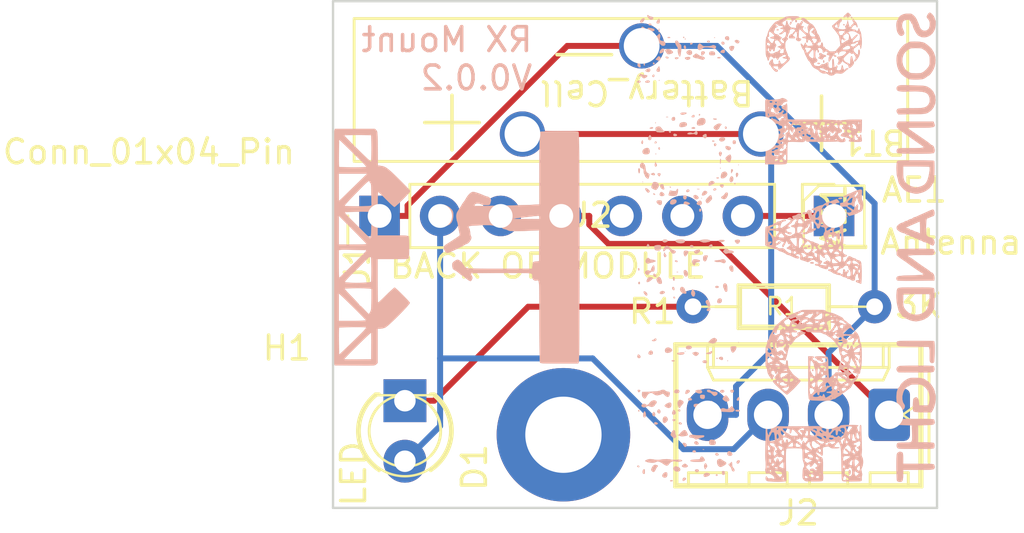
<source format=kicad_pcb>
(kicad_pcb (version 20221018) (generator pcbnew)
  (layers (0 "F.Cu" signal) (31 "B.Cu" signal) (34 "B.Paste" user) (35 "F.Paste" user) (36 "B.SilkS" user "B.Silkscreen") (37 "F.SilkS" user "F.Silkscreen") (38 "B.Mask" user) (39 "F.Mask" user) (44 "Edge.Cuts" user))
  (net 0 "")
  (net 1 "Net-(BT1-+)")
  (net 2 "Net-(BT1--)")
  (net 3 "Net-(D1-K)")
  (net 4 "Net-(D1-A)")
  (net 6 "Net-(J1-Pin_4)")
  (net 8 "Net-(AE1-A)")
  (footprint "Connector_Molex:Molex_KK-254_AE-6410-04A_1x04_P2.54mm_Vertical" (layer "F.Cu") (at 170.562 96.088 180)
    (fp_text reference "J2" (at 3.81 -4.12) (layer "F.SilkS"))
    (fp_text value "Conn_01x04_Pin" (at 31.053 11.039) (layer "F.SilkS"))
    (fp_text user "${REFERENCE}" (at 12.471 8.376) (layer "F.SilkS"))
    (pad "1" thru_hole roundrect (at 0 0 180) (size 1.74 2.19) (drill 1.19) (layers "*.Cu" "*.Mask") (roundrect_rratio 0.1436781609) (net 6 "Net-(J1-Pin_4)"))
    (pad "2" thru_hole oval (at 2.54 0 180) (size 1.74 2.19) (drill 1.19) (layers "*.Cu" "*.Mask") (net 2 "Net-(BT1--)"))
    (pad "3" thru_hole oval (at 5.08 0 180) (size 1.74 2.19) (drill 1.19) (layers "*.Cu" "*.Mask") (net 4 "Net-(D1-A)"))
    (pad "4" thru_hole oval (at 7.62 0 180) (size 1.74 2.19) (drill 1.19) (layers "*.Cu" "*.Mask") (net 1 "Net-(BT1-+)"))
  )
  (footprint "AA-ROB-FULL:CR2032-HOLDER-VERTICAL" (layer "F.Cu") (at 171.339 85.449 180)
    (fp_text reference "BT1" (at 1.437 0.816 180 unlocked) (layer "F.SilkS"))
    (fp_text value "Battery_Cell" (at 10.944 2.886 180 unlocked) (layer "F.SilkS"))
    (fp_text user "-" (at 11.61 6 180 unlocked) (layer "F.SilkS") (effects (font (size 3 3)) (justify left bottom)))
    (fp_text user "+" (at 17.16 3.15 180 unlocked) (layer "F.SilkS") (effects (font (size 3 3)) (justify left bottom)))
    (fp_text user "+" (at 1.66 3.12 180 unlocked) (layer "F.SilkS") (effects (font (size 3 3)) (justify left bottom)))
    (pad "1" thru_hole circle (at 6.16 1.15 180) (size 1.9 1.9) (drill 1.5) (layers "*.Cu" "*.Mask") (net 1 "Net-(BT1-+)"))
    (pad "1" thru_hole circle (at 16.16 1.15 180) (size 1.9 1.9) (drill 1.5) (layers "*.Cu" "*.Mask") (net 1 "Net-(BT1-+)"))
    (pad "2" thru_hole circle (at 11.16 4.85 180) (size 1.9 1.9) (drill 1.5) (layers "*.Cu" "*.Mask") (net 2 "Net-(BT1--)"))
  )
  (footprint "Connector_PinHeader_2.54mm:PinHeader_1x07_P2.54mm_Vertical" (layer "F.Cu") (at 149.186 87.738 90)
    (fp_text reference "J1" (at -2.03 -0.933 90) (layer "F.SilkS"))
    (fp_text value "Conn_01x07_Pin")
    (pad "1" thru_hole rect (at 0 0 90) (size 1.7 1.7) (drill 1) (layers "*.Cu" "*.Mask") (net 2 "Net-(BT1--)"))
    (pad "2" thru_hole oval (at 0 2.54 90) (size 1.7 1.7) (drill 1) (layers "*.Cu" "*.Mask") (net 4 "Net-(D1-A)"))
    (pad "3" thru_hole oval (at 0 5.08 90) (size 1.7 1.7) (drill 1) (layers "*.Cu" "*.Mask"))
    (pad "4" thru_hole oval (at 0 7.62 90) (size 1.7 1.7) (drill 1) (layers "*.Cu" "*.Mask") (net 6 "Net-(J1-Pin_4)"))
    (pad "5" thru_hole oval (at 0 10.16 90) (size 1.7 1.7) (drill 1) (layers "*.Cu" "*.Mask"))
    (pad "6" thru_hole oval (at 0 12.7 90) (size 1.7 1.7) (drill 1) (layers "*.Cu" "*.Mask"))
    (pad "7" thru_hole oval (at 0 15.24 90) (size 1.7 1.7) (drill 1) (layers "*.Cu" "*.Mask") (net 8 "Net-(AE1-A)"))
  )
  (footprint "Resistor_THT:R_Axial_DIN0204_L3.6mm_D1.6mm_P7.62mm_Horizontal" (layer "F.Cu") (at 169.951 91.549 180)
    (fp_text reference "R1" (at 9.323 -0.204) (layer "F.SilkS"))
    (fp_text value "3K" (at -1.851 0.034) (layer "F.SilkS"))
    (fp_text user "${REFERENCE}" (at 3.843 0.012) (layer "F.SilkS") (effects (font (size 0.72 0.72) (thickness 0.108))))
    (pad "1" thru_hole circle (at 0 0 180) (size 1.4 1.4) (drill 0.7) (layers "*.Cu" "*.Mask") (net 2 "Net-(BT1--)"))
    (pad "2" thru_hole oval (at 7.62 0 180) (size 1.4 1.4) (drill 0.7) (layers "*.Cu" "*.Mask") (net 3 "Net-(D1-K)"))
  )
  (footprint "Connector_PinHeader_2.54mm:PinHeader_1x01_P2.54mm_Vertical" (layer "F.Cu") (at 168.249 87.738)
    (fp_text reference "AE1" (at 3.367 -1.083) (layer "F.SilkS"))
    (fp_text value "Antenna" (at 4.9 1.102) (layer "F.SilkS"))
    (fp_text user "${REFERENCE}" (at 0 0 90) (layer "F.SilkS"))
    (pad "1" thru_hole rect (at 0 0) (size 1.7 1.7) (drill 1) (layers "*.Cu" "*.Mask") (net 8 "Net-(AE1-A)"))
  )
  (footprint "AA-ROB-FULL:TOBINLOGO-BS" (layer "F.Cu") (at 159.984 89.416 90)
    (fp_text reference "G***" hide)
    (fp_text value "LOGO" hide)
  )
  (footprint "MountingHole:MountingHole_3.2mm_M3_DIN965_Pad" (layer "F.Cu") (at 156.898 96.925)
    (fp_text reference "H1" (at -11.604 -3.641) (layer "F.SilkS"))
    (fp_text value "MountingHole")
    (pad "1" thru_hole circle (at 0 0) (size 5.6 5.6) (drill 3.2) (layers "*.Cu" "*.Mask"))
  )
  (footprint "LED_THT:LED_D3.0mm" (layer "F.Cu") (at 150.249 95.496 -90)
    (fp_text reference "D1" (at 2.798 -2.917 90) (layer "F.SilkS"))
    (fp_text value "LED" (at 3.07 2.153 90) (layer "F.SilkS"))
    (pad "1" thru_hole rect (at 0 0 270) (size 1.8 1.8) (drill 0.9) (layers "*.Cu" "*.Mask") (net 3 "Net-(D1-K)"))
    (pad "2" thru_hole circle (at 2.54 0 270) (size 1.8 1.8) (drill 0.9) (layers "*.Cu" "*.Mask") (net 4 "Net-(D1-A)"))
  )
  (gr_line (start 172.568 78.722) (end 172.568 99.996) (stroke (width 0.1)) (layer "Edge.Cuts"))
  (gr_line (start 147.234 78.722) (end 172.568 78.722) (stroke (width 0.1)) (layer "Edge.Cuts"))
  (gr_line (start 147.234 99.996) (end 147.234 78.722) (stroke (width 0.1)) (layer "Edge.Cuts"))
  (gr_line (start 172.568 99.996) (end 147.234 99.996) (stroke (width 0.1)) (layer "Edge.Cuts"))
  (gr_text "RX Mount \nV0.0.2" (at 155.679 82.531) (layer "B.SilkS") (effects (font (size 1 1)) (justify left bottom mirror)))
  (gr_text "BACK OF MODULE" (at 149.53 90.43) (layer "F.SilkS") (effects (font (size 1 1)) (justify left bottom)))
  (segment (start 155.179 84.299) (end 165.179 84.299) (width 0.25) (layer "F.Cu") (net 1))
  (segment (start 162.942 96.088) (end 164.1373 96.088) (width 0.25) (layer "B.Cu") (net 1))
  (segment (start 165.6114 84.7314) (end 165.6114 93.4186) (width 0.25) (layer "B.Cu") (net 1))
  (segment (start 165.179 84.299) (end 165.6114 84.7314) (width 0.25) (layer "B.Cu") (net 1))
  (segment (start 165.6114 93.4186) (end 164.1373 94.8927) (width 0.25) (layer "B.Cu") (net 1))
  (segment (start 164.1373 94.8927) (end 164.1373 96.088) (width 0.25) (layer "B.Cu") (net 1))
  (segment (start 149.186 87.738) (end 150.3613 87.738) (width 0.25) (layer "F.Cu") (net 2))
  (segment (start 157.0596 80.599) (end 150.3613 87.2973) (width 0.25) (layer "F.Cu") (net 2))
  (segment (start 160.179 80.599) (end 157.0596 80.599) (width 0.25) (layer "F.Cu") (net 2))
  (segment (start 150.3613 87.2973) (end 150.3613 87.738) (width 0.25) (layer "F.Cu") (net 2))
  (segment (start 160.179 80.599) (end 163.3362 80.599) (width 0.25) (layer "B.Cu") (net 2))
  (segment (start 168.022 93.478) (end 168.022 96.088) (width 0.25) (layer "B.Cu") (net 2))
  (segment (start 169.951 87.2138) (end 169.951 91.549) (width 0.25) (layer "B.Cu") (net 2))
  (segment (start 163.3362 80.599) (end 169.951 87.2138) (width 0.25) (layer "B.Cu") (net 2))
  (segment (start 169.951 91.549) (end 168.022 93.478) (width 0.25) (layer "B.Cu") (net 2))
  (segment (start 151.4743 95.496) (end 155.4213 91.549) (width 0.25) (layer "F.Cu") (net 3))
  (segment (start 150.249 95.496) (end 151.4743 95.496) (width 0.25) (layer "F.Cu") (net 3))
  (segment (start 155.4213 91.549) (end 162.331 91.549) (width 0.25) (layer "F.Cu") (net 3))
  (segment (start 151.726 93.7202) (end 151.726 87.738) (width 0.25) (layer "B.Cu") (net 4))
  (segment (start 150.249 98.036) (end 151.726 96.559) (width 0.25) (layer "B.Cu") (net 4))
  (segment (start 151.726 96.559) (end 151.726 93.7202) (width 0.25) (layer "B.Cu") (net 4))
  (segment (start 151.726 93.7202) (end 158.1234 93.7202) (width 0.25) (layer "B.Cu") (net 4))
  (segment (start 158.1234 93.7202) (end 161.9337 97.5305) (width 0.25) (layer "B.Cu") (net 4))
  (segment (start 161.9337 97.5305) (end 164.0395 97.5305) (width 0.25) (layer "B.Cu") (net 4))
  (segment (start 164.0395 97.5305) (end 165.482 96.088) (width 0.25) (layer "B.Cu") (net 4))
  (segment (start 158.7892 88.9133) (end 157.9813 88.1054) (width 0.25) (layer "F.Cu") (net 6))
  (segment (start 156.806 87.738) (end 157.9813 87.738) (width 0.25) (layer "F.Cu") (net 6))
  (segment (start 170.562 96.088) (end 163.3873 88.9133) (width 0.25) (layer "F.Cu") (net 6))
  (segment (start 157.9813 88.1054) (end 157.9813 87.738) (width 0.25) (layer "F.Cu") (net 6))
  (segment (start 163.3873 88.9133) (end 158.7892 88.9133) (width 0.25) (layer "F.Cu") (net 6))
  (segment (start 168.249 87.738) (end 164.426 87.738) (width 0.25) (layer "F.Cu") (net 8))
)
</source>
